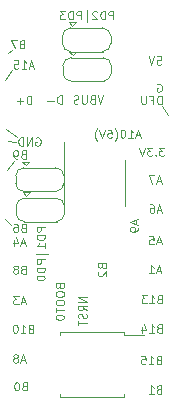
<source format=gbr>
%TF.GenerationSoftware,KiCad,Pcbnew,(5.1.6-0-10_14)*%
%TF.CreationDate,2022-02-25T19:50:12-06:00*%
%TF.ProjectId,Bonsai_C4,426f6e73-6169-45f4-9334-2e6b69636164,rev?*%
%TF.SameCoordinates,Original*%
%TF.FileFunction,Legend,Bot*%
%TF.FilePolarity,Positive*%
%FSLAX46Y46*%
G04 Gerber Fmt 4.6, Leading zero omitted, Abs format (unit mm)*
G04 Created by KiCad (PCBNEW (5.1.6-0-10_14)) date 2022-02-25 19:50:12*
%MOMM*%
%LPD*%
G01*
G04 APERTURE LIST*
%ADD10C,0.100000*%
%ADD11C,0.120000*%
G04 APERTURE END LIST*
D10*
X105250000Y-119196666D02*
X105283333Y-119296666D01*
X105316666Y-119330000D01*
X105383333Y-119363333D01*
X105483333Y-119363333D01*
X105550000Y-119330000D01*
X105583333Y-119296666D01*
X105616666Y-119230000D01*
X105616666Y-118963333D01*
X104916666Y-118963333D01*
X104916666Y-119196666D01*
X104950000Y-119263333D01*
X104983333Y-119296666D01*
X105050000Y-119330000D01*
X105116666Y-119330000D01*
X105183333Y-119296666D01*
X105216666Y-119263333D01*
X105250000Y-119196666D01*
X105250000Y-118963333D01*
X104916666Y-119796666D02*
X104916666Y-119930000D01*
X104950000Y-119996666D01*
X105016666Y-120063333D01*
X105150000Y-120096666D01*
X105383333Y-120096666D01*
X105516666Y-120063333D01*
X105583333Y-119996666D01*
X105616666Y-119930000D01*
X105616666Y-119796666D01*
X105583333Y-119730000D01*
X105516666Y-119663333D01*
X105383333Y-119630000D01*
X105150000Y-119630000D01*
X105016666Y-119663333D01*
X104950000Y-119730000D01*
X104916666Y-119796666D01*
X104916666Y-120530000D02*
X104916666Y-120663333D01*
X104950000Y-120730000D01*
X105016666Y-120796666D01*
X105150000Y-120830000D01*
X105383333Y-120830000D01*
X105516666Y-120796666D01*
X105583333Y-120730000D01*
X105616666Y-120663333D01*
X105616666Y-120530000D01*
X105583333Y-120463333D01*
X105516666Y-120396666D01*
X105383333Y-120363333D01*
X105150000Y-120363333D01*
X105016666Y-120396666D01*
X104950000Y-120463333D01*
X104916666Y-120530000D01*
X104916666Y-121030000D02*
X104916666Y-121430000D01*
X105616666Y-121230000D02*
X104916666Y-121230000D01*
X104916666Y-121796666D02*
X104916666Y-121863333D01*
X104950000Y-121930000D01*
X104983333Y-121963333D01*
X105050000Y-121996666D01*
X105183333Y-122030000D01*
X105350000Y-122030000D01*
X105483333Y-121996666D01*
X105550000Y-121963333D01*
X105583333Y-121930000D01*
X105616666Y-121863333D01*
X105616666Y-121796666D01*
X105583333Y-121730000D01*
X105550000Y-121696666D01*
X105483333Y-121663333D01*
X105350000Y-121630000D01*
X105183333Y-121630000D01*
X105050000Y-121663333D01*
X104983333Y-121696666D01*
X104950000Y-121730000D01*
X104916666Y-121796666D01*
D11*
X100910000Y-99480000D02*
X101210000Y-99250000D01*
X100610000Y-101710000D02*
X101180000Y-100940000D01*
D10*
X114400000Y-104700000D02*
X113880000Y-103940000D01*
X101140000Y-114000000D02*
X100660000Y-113490000D01*
X101410000Y-108640000D02*
X100760000Y-109370000D01*
X103996666Y-114206666D02*
X103296666Y-114206666D01*
X103296666Y-114473333D01*
X103330000Y-114540000D01*
X103363333Y-114573333D01*
X103430000Y-114606666D01*
X103530000Y-114606666D01*
X103596666Y-114573333D01*
X103630000Y-114540000D01*
X103663333Y-114473333D01*
X103663333Y-114206666D01*
X103996666Y-114906666D02*
X103296666Y-114906666D01*
X103296666Y-115073333D01*
X103330000Y-115173333D01*
X103396666Y-115240000D01*
X103463333Y-115273333D01*
X103596666Y-115306666D01*
X103696666Y-115306666D01*
X103830000Y-115273333D01*
X103896666Y-115240000D01*
X103963333Y-115173333D01*
X103996666Y-115073333D01*
X103996666Y-114906666D01*
X103996666Y-115973333D02*
X103996666Y-115573333D01*
X103996666Y-115773333D02*
X103296666Y-115773333D01*
X103396666Y-115706666D01*
X103463333Y-115640000D01*
X103496666Y-115573333D01*
X104230000Y-116440000D02*
X103230000Y-116440000D01*
X103996666Y-116940000D02*
X103296666Y-116940000D01*
X103296666Y-117206666D01*
X103330000Y-117273333D01*
X103363333Y-117306666D01*
X103430000Y-117340000D01*
X103530000Y-117340000D01*
X103596666Y-117306666D01*
X103630000Y-117273333D01*
X103663333Y-117206666D01*
X103663333Y-116940000D01*
X103996666Y-117640000D02*
X103296666Y-117640000D01*
X103296666Y-117806666D01*
X103330000Y-117906666D01*
X103396666Y-117973333D01*
X103463333Y-118006666D01*
X103596666Y-118040000D01*
X103696666Y-118040000D01*
X103830000Y-118006666D01*
X103896666Y-117973333D01*
X103963333Y-117906666D01*
X103996666Y-117806666D01*
X103996666Y-117640000D01*
X103296666Y-118473333D02*
X103296666Y-118540000D01*
X103330000Y-118606666D01*
X103363333Y-118640000D01*
X103430000Y-118673333D01*
X103563333Y-118706666D01*
X103730000Y-118706666D01*
X103863333Y-118673333D01*
X103930000Y-118640000D01*
X103963333Y-118606666D01*
X103996666Y-118540000D01*
X103996666Y-118473333D01*
X103963333Y-118406666D01*
X103930000Y-118373333D01*
X103863333Y-118340000D01*
X103730000Y-118306666D01*
X103563333Y-118306666D01*
X103430000Y-118340000D01*
X103363333Y-118373333D01*
X103330000Y-118406666D01*
X103296666Y-118473333D01*
X112073333Y-106446666D02*
X111740000Y-106446666D01*
X112140000Y-106646666D02*
X111906666Y-105946666D01*
X111673333Y-106646666D01*
X111073333Y-106646666D02*
X111473333Y-106646666D01*
X111273333Y-106646666D02*
X111273333Y-105946666D01*
X111340000Y-106046666D01*
X111406666Y-106113333D01*
X111473333Y-106146666D01*
X110640000Y-105946666D02*
X110573333Y-105946666D01*
X110506666Y-105980000D01*
X110473333Y-106013333D01*
X110440000Y-106080000D01*
X110406666Y-106213333D01*
X110406666Y-106380000D01*
X110440000Y-106513333D01*
X110473333Y-106580000D01*
X110506666Y-106613333D01*
X110573333Y-106646666D01*
X110640000Y-106646666D01*
X110706666Y-106613333D01*
X110740000Y-106580000D01*
X110773333Y-106513333D01*
X110806666Y-106380000D01*
X110806666Y-106213333D01*
X110773333Y-106080000D01*
X110740000Y-106013333D01*
X110706666Y-105980000D01*
X110640000Y-105946666D01*
X109906666Y-106913333D02*
X109940000Y-106880000D01*
X110006666Y-106780000D01*
X110040000Y-106713333D01*
X110073333Y-106613333D01*
X110106666Y-106446666D01*
X110106666Y-106313333D01*
X110073333Y-106146666D01*
X110040000Y-106046666D01*
X110006666Y-105980000D01*
X109940000Y-105880000D01*
X109906666Y-105846666D01*
X109306666Y-105946666D02*
X109640000Y-105946666D01*
X109673333Y-106280000D01*
X109640000Y-106246666D01*
X109573333Y-106213333D01*
X109406666Y-106213333D01*
X109340000Y-106246666D01*
X109306666Y-106280000D01*
X109273333Y-106346666D01*
X109273333Y-106513333D01*
X109306666Y-106580000D01*
X109340000Y-106613333D01*
X109406666Y-106646666D01*
X109573333Y-106646666D01*
X109640000Y-106613333D01*
X109673333Y-106580000D01*
X109073333Y-105946666D02*
X108840000Y-106646666D01*
X108606666Y-105946666D01*
X108440000Y-106913333D02*
X108406666Y-106880000D01*
X108340000Y-106780000D01*
X108306666Y-106713333D01*
X108273333Y-106613333D01*
X108240000Y-106446666D01*
X108240000Y-106313333D01*
X108273333Y-106146666D01*
X108306666Y-106046666D01*
X108340000Y-105980000D01*
X108406666Y-105880000D01*
X108440000Y-105846666D01*
X113820000Y-115466666D02*
X113486666Y-115466666D01*
X113886666Y-115666666D02*
X113653333Y-114966666D01*
X113420000Y-115666666D01*
X112853333Y-114966666D02*
X113186666Y-114966666D01*
X113220000Y-115300000D01*
X113186666Y-115266666D01*
X113120000Y-115233333D01*
X112953333Y-115233333D01*
X112886666Y-115266666D01*
X112853333Y-115300000D01*
X112820000Y-115366666D01*
X112820000Y-115533333D01*
X112853333Y-115600000D01*
X112886666Y-115633333D01*
X112953333Y-115666666D01*
X113120000Y-115666666D01*
X113186666Y-115633333D01*
X113220000Y-115600000D01*
X113800000Y-117926666D02*
X113466666Y-117926666D01*
X113866666Y-118126666D02*
X113633333Y-117426666D01*
X113400000Y-118126666D01*
X112800000Y-118126666D02*
X113200000Y-118126666D01*
X113000000Y-118126666D02*
X113000000Y-117426666D01*
X113066666Y-117526666D01*
X113133333Y-117593333D01*
X113200000Y-117626666D01*
X113686666Y-120300000D02*
X113586666Y-120333333D01*
X113553333Y-120366666D01*
X113520000Y-120433333D01*
X113520000Y-120533333D01*
X113553333Y-120600000D01*
X113586666Y-120633333D01*
X113653333Y-120666666D01*
X113920000Y-120666666D01*
X113920000Y-119966666D01*
X113686666Y-119966666D01*
X113620000Y-120000000D01*
X113586666Y-120033333D01*
X113553333Y-120100000D01*
X113553333Y-120166666D01*
X113586666Y-120233333D01*
X113620000Y-120266666D01*
X113686666Y-120300000D01*
X113920000Y-120300000D01*
X112853333Y-120666666D02*
X113253333Y-120666666D01*
X113053333Y-120666666D02*
X113053333Y-119966666D01*
X113120000Y-120066666D01*
X113186666Y-120133333D01*
X113253333Y-120166666D01*
X112620000Y-119966666D02*
X112186666Y-119966666D01*
X112420000Y-120233333D01*
X112320000Y-120233333D01*
X112253333Y-120266666D01*
X112220000Y-120300000D01*
X112186666Y-120366666D01*
X112186666Y-120533333D01*
X112220000Y-120600000D01*
X112253333Y-120633333D01*
X112320000Y-120666666D01*
X112520000Y-120666666D01*
X112586666Y-120633333D01*
X112620000Y-120600000D01*
X113666666Y-122770000D02*
X113566666Y-122803333D01*
X113533333Y-122836666D01*
X113500000Y-122903333D01*
X113500000Y-123003333D01*
X113533333Y-123070000D01*
X113566666Y-123103333D01*
X113633333Y-123136666D01*
X113900000Y-123136666D01*
X113900000Y-122436666D01*
X113666666Y-122436666D01*
X113600000Y-122470000D01*
X113566666Y-122503333D01*
X113533333Y-122570000D01*
X113533333Y-122636666D01*
X113566666Y-122703333D01*
X113600000Y-122736666D01*
X113666666Y-122770000D01*
X113900000Y-122770000D01*
X112833333Y-123136666D02*
X113233333Y-123136666D01*
X113033333Y-123136666D02*
X113033333Y-122436666D01*
X113100000Y-122536666D01*
X113166666Y-122603333D01*
X113233333Y-122636666D01*
X112233333Y-122670000D02*
X112233333Y-123136666D01*
X112400000Y-122403333D02*
X112566666Y-122903333D01*
X112133333Y-122903333D01*
X113626666Y-125430000D02*
X113526666Y-125463333D01*
X113493333Y-125496666D01*
X113460000Y-125563333D01*
X113460000Y-125663333D01*
X113493333Y-125730000D01*
X113526666Y-125763333D01*
X113593333Y-125796666D01*
X113860000Y-125796666D01*
X113860000Y-125096666D01*
X113626666Y-125096666D01*
X113560000Y-125130000D01*
X113526666Y-125163333D01*
X113493333Y-125230000D01*
X113493333Y-125296666D01*
X113526666Y-125363333D01*
X113560000Y-125396666D01*
X113626666Y-125430000D01*
X113860000Y-125430000D01*
X112793333Y-125796666D02*
X113193333Y-125796666D01*
X112993333Y-125796666D02*
X112993333Y-125096666D01*
X113060000Y-125196666D01*
X113126666Y-125263333D01*
X113193333Y-125296666D01*
X112160000Y-125096666D02*
X112493333Y-125096666D01*
X112526666Y-125430000D01*
X112493333Y-125396666D01*
X112426666Y-125363333D01*
X112260000Y-125363333D01*
X112193333Y-125396666D01*
X112160000Y-125430000D01*
X112126666Y-125496666D01*
X112126666Y-125663333D01*
X112160000Y-125730000D01*
X112193333Y-125763333D01*
X112260000Y-125796666D01*
X112426666Y-125796666D01*
X112493333Y-125763333D01*
X112526666Y-125730000D01*
X113633333Y-127930000D02*
X113533333Y-127963333D01*
X113500000Y-127996666D01*
X113466666Y-128063333D01*
X113466666Y-128163333D01*
X113500000Y-128230000D01*
X113533333Y-128263333D01*
X113600000Y-128296666D01*
X113866666Y-128296666D01*
X113866666Y-127596666D01*
X113633333Y-127596666D01*
X113566666Y-127630000D01*
X113533333Y-127663333D01*
X113500000Y-127730000D01*
X113500000Y-127796666D01*
X113533333Y-127863333D01*
X113566666Y-127896666D01*
X113633333Y-127930000D01*
X113866666Y-127930000D01*
X112800000Y-128296666D02*
X113200000Y-128296666D01*
X113000000Y-128296666D02*
X113000000Y-127596666D01*
X113066666Y-127696666D01*
X113133333Y-127763333D01*
X113200000Y-127796666D01*
X102253333Y-127670000D02*
X102153333Y-127703333D01*
X102120000Y-127736666D01*
X102086666Y-127803333D01*
X102086666Y-127903333D01*
X102120000Y-127970000D01*
X102153333Y-128003333D01*
X102220000Y-128036666D01*
X102486666Y-128036666D01*
X102486666Y-127336666D01*
X102253333Y-127336666D01*
X102186666Y-127370000D01*
X102153333Y-127403333D01*
X102120000Y-127470000D01*
X102120000Y-127536666D01*
X102153333Y-127603333D01*
X102186666Y-127636666D01*
X102253333Y-127670000D01*
X102486666Y-127670000D01*
X101653333Y-127336666D02*
X101586666Y-127336666D01*
X101520000Y-127370000D01*
X101486666Y-127403333D01*
X101453333Y-127470000D01*
X101420000Y-127603333D01*
X101420000Y-127770000D01*
X101453333Y-127903333D01*
X101486666Y-127970000D01*
X101520000Y-128003333D01*
X101586666Y-128036666D01*
X101653333Y-128036666D01*
X101720000Y-128003333D01*
X101753333Y-127970000D01*
X101786666Y-127903333D01*
X101820000Y-127770000D01*
X101820000Y-127603333D01*
X101786666Y-127470000D01*
X101753333Y-127403333D01*
X101720000Y-127370000D01*
X101653333Y-127336666D01*
X102330000Y-125476666D02*
X101996666Y-125476666D01*
X102396666Y-125676666D02*
X102163333Y-124976666D01*
X101930000Y-125676666D01*
X101596666Y-125276666D02*
X101663333Y-125243333D01*
X101696666Y-125210000D01*
X101730000Y-125143333D01*
X101730000Y-125110000D01*
X101696666Y-125043333D01*
X101663333Y-125010000D01*
X101596666Y-124976666D01*
X101463333Y-124976666D01*
X101396666Y-125010000D01*
X101363333Y-125043333D01*
X101330000Y-125110000D01*
X101330000Y-125143333D01*
X101363333Y-125210000D01*
X101396666Y-125243333D01*
X101463333Y-125276666D01*
X101596666Y-125276666D01*
X101663333Y-125310000D01*
X101696666Y-125343333D01*
X101730000Y-125410000D01*
X101730000Y-125543333D01*
X101696666Y-125610000D01*
X101663333Y-125643333D01*
X101596666Y-125676666D01*
X101463333Y-125676666D01*
X101396666Y-125643333D01*
X101363333Y-125610000D01*
X101330000Y-125543333D01*
X101330000Y-125410000D01*
X101363333Y-125343333D01*
X101396666Y-125310000D01*
X101463333Y-125276666D01*
X102786666Y-122800000D02*
X102686666Y-122833333D01*
X102653333Y-122866666D01*
X102620000Y-122933333D01*
X102620000Y-123033333D01*
X102653333Y-123100000D01*
X102686666Y-123133333D01*
X102753333Y-123166666D01*
X103020000Y-123166666D01*
X103020000Y-122466666D01*
X102786666Y-122466666D01*
X102720000Y-122500000D01*
X102686666Y-122533333D01*
X102653333Y-122600000D01*
X102653333Y-122666666D01*
X102686666Y-122733333D01*
X102720000Y-122766666D01*
X102786666Y-122800000D01*
X103020000Y-122800000D01*
X101953333Y-123166666D02*
X102353333Y-123166666D01*
X102153333Y-123166666D02*
X102153333Y-122466666D01*
X102220000Y-122566666D01*
X102286666Y-122633333D01*
X102353333Y-122666666D01*
X101520000Y-122466666D02*
X101453333Y-122466666D01*
X101386666Y-122500000D01*
X101353333Y-122533333D01*
X101320000Y-122600000D01*
X101286666Y-122733333D01*
X101286666Y-122900000D01*
X101320000Y-123033333D01*
X101353333Y-123100000D01*
X101386666Y-123133333D01*
X101453333Y-123166666D01*
X101520000Y-123166666D01*
X101586666Y-123133333D01*
X101620000Y-123100000D01*
X101653333Y-123033333D01*
X101686666Y-122900000D01*
X101686666Y-122733333D01*
X101653333Y-122600000D01*
X101620000Y-122533333D01*
X101586666Y-122500000D01*
X101520000Y-122466666D01*
X102340000Y-120546666D02*
X102006666Y-120546666D01*
X102406666Y-120746666D02*
X102173333Y-120046666D01*
X101940000Y-120746666D01*
X101773333Y-120046666D02*
X101340000Y-120046666D01*
X101573333Y-120313333D01*
X101473333Y-120313333D01*
X101406666Y-120346666D01*
X101373333Y-120380000D01*
X101340000Y-120446666D01*
X101340000Y-120613333D01*
X101373333Y-120680000D01*
X101406666Y-120713333D01*
X101473333Y-120746666D01*
X101673333Y-120746666D01*
X101740000Y-120713333D01*
X101773333Y-120680000D01*
X102153333Y-117790000D02*
X102053333Y-117823333D01*
X102020000Y-117856666D01*
X101986666Y-117923333D01*
X101986666Y-118023333D01*
X102020000Y-118090000D01*
X102053333Y-118123333D01*
X102120000Y-118156666D01*
X102386666Y-118156666D01*
X102386666Y-117456666D01*
X102153333Y-117456666D01*
X102086666Y-117490000D01*
X102053333Y-117523333D01*
X102020000Y-117590000D01*
X102020000Y-117656666D01*
X102053333Y-117723333D01*
X102086666Y-117756666D01*
X102153333Y-117790000D01*
X102386666Y-117790000D01*
X101586666Y-117756666D02*
X101653333Y-117723333D01*
X101686666Y-117690000D01*
X101720000Y-117623333D01*
X101720000Y-117590000D01*
X101686666Y-117523333D01*
X101653333Y-117490000D01*
X101586666Y-117456666D01*
X101453333Y-117456666D01*
X101386666Y-117490000D01*
X101353333Y-117523333D01*
X101320000Y-117590000D01*
X101320000Y-117623333D01*
X101353333Y-117690000D01*
X101386666Y-117723333D01*
X101453333Y-117756666D01*
X101586666Y-117756666D01*
X101653333Y-117790000D01*
X101686666Y-117823333D01*
X101720000Y-117890000D01*
X101720000Y-118023333D01*
X101686666Y-118090000D01*
X101653333Y-118123333D01*
X101586666Y-118156666D01*
X101453333Y-118156666D01*
X101386666Y-118123333D01*
X101353333Y-118090000D01*
X101320000Y-118023333D01*
X101320000Y-117890000D01*
X101353333Y-117823333D01*
X101386666Y-117790000D01*
X101453333Y-117756666D01*
X102300000Y-115586666D02*
X101966666Y-115586666D01*
X102366666Y-115786666D02*
X102133333Y-115086666D01*
X101900000Y-115786666D01*
X101366666Y-115320000D02*
X101366666Y-115786666D01*
X101533333Y-115053333D02*
X101700000Y-115553333D01*
X101266666Y-115553333D01*
X102163333Y-114250000D02*
X102063333Y-114283333D01*
X102030000Y-114316666D01*
X101996666Y-114383333D01*
X101996666Y-114483333D01*
X102030000Y-114550000D01*
X102063333Y-114583333D01*
X102130000Y-114616666D01*
X102396666Y-114616666D01*
X102396666Y-113916666D01*
X102163333Y-113916666D01*
X102096666Y-113950000D01*
X102063333Y-113983333D01*
X102030000Y-114050000D01*
X102030000Y-114116666D01*
X102063333Y-114183333D01*
X102096666Y-114216666D01*
X102163333Y-114250000D01*
X102396666Y-114250000D01*
X101396666Y-113916666D02*
X101530000Y-113916666D01*
X101596666Y-113950000D01*
X101630000Y-113983333D01*
X101696666Y-114083333D01*
X101730000Y-114216666D01*
X101730000Y-114483333D01*
X101696666Y-114550000D01*
X101663333Y-114583333D01*
X101596666Y-114616666D01*
X101463333Y-114616666D01*
X101396666Y-114583333D01*
X101363333Y-114550000D01*
X101330000Y-114483333D01*
X101330000Y-114316666D01*
X101363333Y-114250000D01*
X101396666Y-114216666D01*
X101463333Y-114183333D01*
X101596666Y-114183333D01*
X101663333Y-114216666D01*
X101696666Y-114250000D01*
X101730000Y-114316666D01*
X102173333Y-108050000D02*
X102073333Y-108083333D01*
X102040000Y-108116666D01*
X102006666Y-108183333D01*
X102006666Y-108283333D01*
X102040000Y-108350000D01*
X102073333Y-108383333D01*
X102140000Y-108416666D01*
X102406666Y-108416666D01*
X102406666Y-107716666D01*
X102173333Y-107716666D01*
X102106666Y-107750000D01*
X102073333Y-107783333D01*
X102040000Y-107850000D01*
X102040000Y-107916666D01*
X102073333Y-107983333D01*
X102106666Y-108016666D01*
X102173333Y-108050000D01*
X102406666Y-108050000D01*
X101673333Y-108416666D02*
X101540000Y-108416666D01*
X101473333Y-108383333D01*
X101440000Y-108350000D01*
X101373333Y-108250000D01*
X101340000Y-108116666D01*
X101340000Y-107850000D01*
X101373333Y-107783333D01*
X101406666Y-107750000D01*
X101473333Y-107716666D01*
X101606666Y-107716666D01*
X101673333Y-107750000D01*
X101706666Y-107783333D01*
X101740000Y-107850000D01*
X101740000Y-108016666D01*
X101706666Y-108083333D01*
X101673333Y-108116666D01*
X101606666Y-108150000D01*
X101473333Y-108150000D01*
X101406666Y-108116666D01*
X101373333Y-108083333D01*
X101340000Y-108016666D01*
X113516666Y-102090000D02*
X113583333Y-102056666D01*
X113683333Y-102056666D01*
X113783333Y-102090000D01*
X113850000Y-102156666D01*
X113883333Y-102223333D01*
X113916666Y-102356666D01*
X113916666Y-102456666D01*
X113883333Y-102590000D01*
X113850000Y-102656666D01*
X113783333Y-102723333D01*
X113683333Y-102756666D01*
X113616666Y-102756666D01*
X113516666Y-102723333D01*
X113483333Y-102690000D01*
X113483333Y-102456666D01*
X113616666Y-102456666D01*
X113493333Y-99756666D02*
X113826666Y-99756666D01*
X113860000Y-100090000D01*
X113826666Y-100056666D01*
X113760000Y-100023333D01*
X113593333Y-100023333D01*
X113526666Y-100056666D01*
X113493333Y-100090000D01*
X113460000Y-100156666D01*
X113460000Y-100323333D01*
X113493333Y-100390000D01*
X113526666Y-100423333D01*
X113593333Y-100456666D01*
X113760000Y-100456666D01*
X113826666Y-100423333D01*
X113860000Y-100390000D01*
X113260000Y-99756666D02*
X113026666Y-100456666D01*
X112793333Y-99756666D01*
X102846666Y-103796666D02*
X102846666Y-103096666D01*
X102680000Y-103096666D01*
X102580000Y-103130000D01*
X102513333Y-103196666D01*
X102480000Y-103263333D01*
X102446666Y-103396666D01*
X102446666Y-103496666D01*
X102480000Y-103630000D01*
X102513333Y-103696666D01*
X102580000Y-103763333D01*
X102680000Y-103796666D01*
X102846666Y-103796666D01*
X102146666Y-103530000D02*
X101613333Y-103530000D01*
X101880000Y-103796666D02*
X101880000Y-103263333D01*
X102023333Y-98710000D02*
X101923333Y-98743333D01*
X101890000Y-98776666D01*
X101856666Y-98843333D01*
X101856666Y-98943333D01*
X101890000Y-99010000D01*
X101923333Y-99043333D01*
X101990000Y-99076666D01*
X102256666Y-99076666D01*
X102256666Y-98376666D01*
X102023333Y-98376666D01*
X101956666Y-98410000D01*
X101923333Y-98443333D01*
X101890000Y-98510000D01*
X101890000Y-98576666D01*
X101923333Y-98643333D01*
X101956666Y-98676666D01*
X102023333Y-98710000D01*
X102256666Y-98710000D01*
X101623333Y-98376666D02*
X101156666Y-98376666D01*
X101456666Y-99076666D01*
X103033333Y-100596666D02*
X102700000Y-100596666D01*
X103100000Y-100796666D02*
X102866666Y-100096666D01*
X102633333Y-100796666D01*
X102033333Y-100796666D02*
X102433333Y-100796666D01*
X102233333Y-100796666D02*
X102233333Y-100096666D01*
X102300000Y-100196666D01*
X102366666Y-100263333D01*
X102433333Y-100296666D01*
X101400000Y-100096666D02*
X101733333Y-100096666D01*
X101766666Y-100430000D01*
X101733333Y-100396666D01*
X101666666Y-100363333D01*
X101500000Y-100363333D01*
X101433333Y-100396666D01*
X101400000Y-100430000D01*
X101366666Y-100496666D01*
X101366666Y-100663333D01*
X101400000Y-100730000D01*
X101433333Y-100763333D01*
X101500000Y-100796666D01*
X101666666Y-100796666D01*
X101733333Y-100763333D01*
X101766666Y-100730000D01*
X101550000Y-106960000D02*
X100876000Y-106955000D01*
X101620000Y-106560000D02*
X100734000Y-105929000D01*
X103233333Y-106650000D02*
X103300000Y-106616666D01*
X103400000Y-106616666D01*
X103500000Y-106650000D01*
X103566666Y-106716666D01*
X103600000Y-106783333D01*
X103633333Y-106916666D01*
X103633333Y-107016666D01*
X103600000Y-107150000D01*
X103566666Y-107216666D01*
X103500000Y-107283333D01*
X103400000Y-107316666D01*
X103333333Y-107316666D01*
X103233333Y-107283333D01*
X103200000Y-107250000D01*
X103200000Y-107016666D01*
X103333333Y-107016666D01*
X102900000Y-107316666D02*
X102900000Y-106616666D01*
X102500000Y-107316666D01*
X102500000Y-106616666D01*
X102166666Y-107316666D02*
X102166666Y-106616666D01*
X102000000Y-106616666D01*
X101900000Y-106650000D01*
X101833333Y-106716666D01*
X101800000Y-106783333D01*
X101766666Y-106916666D01*
X101766666Y-107016666D01*
X101800000Y-107150000D01*
X101833333Y-107216666D01*
X101900000Y-107283333D01*
X102000000Y-107316666D01*
X102166666Y-107316666D01*
X105436666Y-103756666D02*
X105436666Y-103056666D01*
X105270000Y-103056666D01*
X105170000Y-103090000D01*
X105103333Y-103156666D01*
X105070000Y-103223333D01*
X105036666Y-103356666D01*
X105036666Y-103456666D01*
X105070000Y-103590000D01*
X105103333Y-103656666D01*
X105170000Y-103723333D01*
X105270000Y-103756666D01*
X105436666Y-103756666D01*
X104736666Y-103490000D02*
X104203333Y-103490000D01*
X108933333Y-103056666D02*
X108700000Y-103756666D01*
X108466666Y-103056666D01*
X108000000Y-103390000D02*
X107900000Y-103423333D01*
X107866666Y-103456666D01*
X107833333Y-103523333D01*
X107833333Y-103623333D01*
X107866666Y-103690000D01*
X107900000Y-103723333D01*
X107966666Y-103756666D01*
X108233333Y-103756666D01*
X108233333Y-103056666D01*
X108000000Y-103056666D01*
X107933333Y-103090000D01*
X107900000Y-103123333D01*
X107866666Y-103190000D01*
X107866666Y-103256666D01*
X107900000Y-103323333D01*
X107933333Y-103356666D01*
X108000000Y-103390000D01*
X108233333Y-103390000D01*
X107533333Y-103056666D02*
X107533333Y-103623333D01*
X107500000Y-103690000D01*
X107466666Y-103723333D01*
X107400000Y-103756666D01*
X107266666Y-103756666D01*
X107200000Y-103723333D01*
X107166666Y-103690000D01*
X107133333Y-103623333D01*
X107133333Y-103056666D01*
X106833333Y-103723333D02*
X106733333Y-103756666D01*
X106566666Y-103756666D01*
X106500000Y-103723333D01*
X106466666Y-103690000D01*
X106433333Y-103623333D01*
X106433333Y-103556666D01*
X106466666Y-103490000D01*
X106500000Y-103456666D01*
X106566666Y-103423333D01*
X106700000Y-103390000D01*
X106766666Y-103356666D01*
X106800000Y-103323333D01*
X106833333Y-103256666D01*
X106833333Y-103190000D01*
X106800000Y-103123333D01*
X106766666Y-103090000D01*
X106700000Y-103056666D01*
X106533333Y-103056666D01*
X106433333Y-103090000D01*
X113880000Y-103786666D02*
X113880000Y-103086666D01*
X113713333Y-103086666D01*
X113613333Y-103120000D01*
X113546666Y-103186666D01*
X113513333Y-103253333D01*
X113480000Y-103386666D01*
X113480000Y-103486666D01*
X113513333Y-103620000D01*
X113546666Y-103686666D01*
X113613333Y-103753333D01*
X113713333Y-103786666D01*
X113880000Y-103786666D01*
X112946666Y-103420000D02*
X113180000Y-103420000D01*
X113180000Y-103786666D02*
X113180000Y-103086666D01*
X112846666Y-103086666D01*
X112580000Y-103086666D02*
X112580000Y-103653333D01*
X112546666Y-103720000D01*
X112513333Y-103753333D01*
X112446666Y-103786666D01*
X112313333Y-103786666D01*
X112246666Y-103753333D01*
X112213333Y-103720000D01*
X112180000Y-103653333D01*
X112180000Y-103086666D01*
X114103333Y-107466666D02*
X113670000Y-107466666D01*
X113903333Y-107733333D01*
X113803333Y-107733333D01*
X113736666Y-107766666D01*
X113703333Y-107800000D01*
X113670000Y-107866666D01*
X113670000Y-108033333D01*
X113703333Y-108100000D01*
X113736666Y-108133333D01*
X113803333Y-108166666D01*
X114003333Y-108166666D01*
X114070000Y-108133333D01*
X114103333Y-108100000D01*
X113370000Y-108100000D02*
X113336666Y-108133333D01*
X113370000Y-108166666D01*
X113403333Y-108133333D01*
X113370000Y-108100000D01*
X113370000Y-108166666D01*
X113103333Y-107466666D02*
X112670000Y-107466666D01*
X112903333Y-107733333D01*
X112803333Y-107733333D01*
X112736666Y-107766666D01*
X112703333Y-107800000D01*
X112670000Y-107866666D01*
X112670000Y-108033333D01*
X112703333Y-108100000D01*
X112736666Y-108133333D01*
X112803333Y-108166666D01*
X113003333Y-108166666D01*
X113070000Y-108133333D01*
X113103333Y-108100000D01*
X112470000Y-107466666D02*
X112236666Y-108166666D01*
X112003333Y-107466666D01*
X113830000Y-110326666D02*
X113496666Y-110326666D01*
X113896666Y-110526666D02*
X113663333Y-109826666D01*
X113430000Y-110526666D01*
X113263333Y-109826666D02*
X112796666Y-109826666D01*
X113096666Y-110526666D01*
X113870000Y-112786666D02*
X113536666Y-112786666D01*
X113936666Y-112986666D02*
X113703333Y-112286666D01*
X113470000Y-112986666D01*
X112936666Y-112286666D02*
X113070000Y-112286666D01*
X113136666Y-112320000D01*
X113170000Y-112353333D01*
X113236666Y-112453333D01*
X113270000Y-112586666D01*
X113270000Y-112853333D01*
X113236666Y-112920000D01*
X113203333Y-112953333D01*
X113136666Y-112986666D01*
X113003333Y-112986666D01*
X112936666Y-112953333D01*
X112903333Y-112920000D01*
X112870000Y-112853333D01*
X112870000Y-112686666D01*
X112903333Y-112620000D01*
X112936666Y-112586666D01*
X113003333Y-112553333D01*
X113136666Y-112553333D01*
X113203333Y-112586666D01*
X113236666Y-112620000D01*
X113270000Y-112686666D01*
X111716666Y-113590000D02*
X111716666Y-113923333D01*
X111916666Y-113523333D02*
X111216666Y-113756666D01*
X111916666Y-113990000D01*
X111916666Y-114256666D02*
X111916666Y-114390000D01*
X111883333Y-114456666D01*
X111850000Y-114490000D01*
X111750000Y-114556666D01*
X111616666Y-114590000D01*
X111350000Y-114590000D01*
X111283333Y-114556666D01*
X111250000Y-114523333D01*
X111216666Y-114456666D01*
X111216666Y-114323333D01*
X111250000Y-114256666D01*
X111283333Y-114223333D01*
X111350000Y-114190000D01*
X111516666Y-114190000D01*
X111583333Y-114223333D01*
X111616666Y-114256666D01*
X111650000Y-114323333D01*
X111650000Y-114456666D01*
X111616666Y-114523333D01*
X111583333Y-114556666D01*
X111516666Y-114590000D01*
X109783333Y-96621666D02*
X109783333Y-95921666D01*
X109516666Y-95921666D01*
X109450000Y-95955000D01*
X109416666Y-95988333D01*
X109383333Y-96055000D01*
X109383333Y-96155000D01*
X109416666Y-96221666D01*
X109450000Y-96255000D01*
X109516666Y-96288333D01*
X109783333Y-96288333D01*
X109083333Y-96621666D02*
X109083333Y-95921666D01*
X108916666Y-95921666D01*
X108816666Y-95955000D01*
X108750000Y-96021666D01*
X108716666Y-96088333D01*
X108683333Y-96221666D01*
X108683333Y-96321666D01*
X108716666Y-96455000D01*
X108750000Y-96521666D01*
X108816666Y-96588333D01*
X108916666Y-96621666D01*
X109083333Y-96621666D01*
X108416666Y-95988333D02*
X108383333Y-95955000D01*
X108316666Y-95921666D01*
X108150000Y-95921666D01*
X108083333Y-95955000D01*
X108050000Y-95988333D01*
X108016666Y-96055000D01*
X108016666Y-96121666D01*
X108050000Y-96221666D01*
X108450000Y-96621666D01*
X108016666Y-96621666D01*
X107550000Y-96855000D02*
X107550000Y-95855000D01*
X107050000Y-96621666D02*
X107050000Y-95921666D01*
X106783333Y-95921666D01*
X106716666Y-95955000D01*
X106683333Y-95988333D01*
X106650000Y-96055000D01*
X106650000Y-96155000D01*
X106683333Y-96221666D01*
X106716666Y-96255000D01*
X106783333Y-96288333D01*
X107050000Y-96288333D01*
X106350000Y-96621666D02*
X106350000Y-95921666D01*
X106183333Y-95921666D01*
X106083333Y-95955000D01*
X106016666Y-96021666D01*
X105983333Y-96088333D01*
X105950000Y-96221666D01*
X105950000Y-96321666D01*
X105983333Y-96455000D01*
X106016666Y-96521666D01*
X106083333Y-96588333D01*
X106183333Y-96621666D01*
X106350000Y-96621666D01*
X105716666Y-95921666D02*
X105283333Y-95921666D01*
X105516666Y-96188333D01*
X105416666Y-96188333D01*
X105350000Y-96221666D01*
X105316666Y-96255000D01*
X105283333Y-96321666D01*
X105283333Y-96488333D01*
X105316666Y-96555000D01*
X105350000Y-96588333D01*
X105416666Y-96621666D01*
X105616666Y-96621666D01*
X105683333Y-96588333D01*
X105716666Y-96555000D01*
X108840000Y-117506666D02*
X108873333Y-117606666D01*
X108906666Y-117640000D01*
X108973333Y-117673333D01*
X109073333Y-117673333D01*
X109140000Y-117640000D01*
X109173333Y-117606666D01*
X109206666Y-117540000D01*
X109206666Y-117273333D01*
X108506666Y-117273333D01*
X108506666Y-117506666D01*
X108540000Y-117573333D01*
X108573333Y-117606666D01*
X108640000Y-117640000D01*
X108706666Y-117640000D01*
X108773333Y-117606666D01*
X108806666Y-117573333D01*
X108840000Y-117506666D01*
X108840000Y-117273333D01*
X108573333Y-117940000D02*
X108540000Y-117973333D01*
X108506666Y-118040000D01*
X108506666Y-118206666D01*
X108540000Y-118273333D01*
X108573333Y-118306666D01*
X108640000Y-118340000D01*
X108706666Y-118340000D01*
X108806666Y-118306666D01*
X109206666Y-117906666D01*
X109206666Y-118340000D01*
X107546666Y-120130000D02*
X106846666Y-120130000D01*
X107546666Y-120530000D01*
X106846666Y-120530000D01*
X107546666Y-121263333D02*
X107213333Y-121030000D01*
X107546666Y-120863333D02*
X106846666Y-120863333D01*
X106846666Y-121130000D01*
X106880000Y-121196666D01*
X106913333Y-121230000D01*
X106980000Y-121263333D01*
X107080000Y-121263333D01*
X107146666Y-121230000D01*
X107180000Y-121196666D01*
X107213333Y-121130000D01*
X107213333Y-120863333D01*
X107513333Y-121530000D02*
X107546666Y-121630000D01*
X107546666Y-121796666D01*
X107513333Y-121863333D01*
X107480000Y-121896666D01*
X107413333Y-121930000D01*
X107346666Y-121930000D01*
X107280000Y-121896666D01*
X107246666Y-121863333D01*
X107213333Y-121796666D01*
X107180000Y-121663333D01*
X107146666Y-121596666D01*
X107113333Y-121563333D01*
X107046666Y-121530000D01*
X106980000Y-121530000D01*
X106913333Y-121563333D01*
X106880000Y-121596666D01*
X106846666Y-121663333D01*
X106846666Y-121830000D01*
X106880000Y-121930000D01*
X106846666Y-122130000D02*
X106846666Y-122530000D01*
X107546666Y-122330000D02*
X106846666Y-122330000D01*
D11*
%TO.C,JP4*%
X102410000Y-111550000D02*
X102710000Y-111250000D01*
X102110000Y-111250000D02*
X102710000Y-111250000D01*
X102410000Y-111550000D02*
X102110000Y-111250000D01*
X101560000Y-112450000D02*
X101560000Y-113050000D01*
X105010000Y-111750000D02*
X102210000Y-111750000D01*
X105660000Y-113050000D02*
X105660000Y-112450000D01*
X102210000Y-113750000D02*
X105010000Y-113750000D01*
X101560000Y-113050000D02*
G75*
G03*
X102260000Y-113750000I700000J0D01*
G01*
X102260000Y-111750000D02*
G75*
G03*
X101560000Y-112450000I0J-700000D01*
G01*
X105660000Y-112450000D02*
G75*
G03*
X104960000Y-111750000I-700000J0D01*
G01*
X104960000Y-113750000D02*
G75*
G03*
X105660000Y-113050000I0J700000D01*
G01*
%TO.C,JP3*%
X102370000Y-108980000D02*
X102670000Y-108680000D01*
X102070000Y-108680000D02*
X102670000Y-108680000D01*
X102370000Y-108980000D02*
X102070000Y-108680000D01*
X101520000Y-109880000D02*
X101520000Y-110480000D01*
X104970000Y-109180000D02*
X102170000Y-109180000D01*
X105620000Y-110480000D02*
X105620000Y-109880000D01*
X102170000Y-111180000D02*
X104970000Y-111180000D01*
X101520000Y-110480000D02*
G75*
G03*
X102220000Y-111180000I700000J0D01*
G01*
X102220000Y-109180000D02*
G75*
G03*
X101520000Y-109880000I0J-700000D01*
G01*
X105620000Y-109880000D02*
G75*
G03*
X104920000Y-109180000I-700000J0D01*
G01*
X104920000Y-111180000D02*
G75*
G03*
X105620000Y-110480000I0J700000D01*
G01*
%TO.C,JP1*%
X106329000Y-97143000D02*
X106629000Y-96843000D01*
X106029000Y-96843000D02*
X106629000Y-96843000D01*
X106329000Y-97143000D02*
X106029000Y-96843000D01*
X105479000Y-98043000D02*
X105479000Y-98643000D01*
X108929000Y-97343000D02*
X106129000Y-97343000D01*
X109579000Y-98643000D02*
X109579000Y-98043000D01*
X106129000Y-99343000D02*
X108929000Y-99343000D01*
X105479000Y-98643000D02*
G75*
G03*
X106179000Y-99343000I700000J0D01*
G01*
X106179000Y-97343000D02*
G75*
G03*
X105479000Y-98043000I0J-700000D01*
G01*
X109579000Y-98043000D02*
G75*
G03*
X108879000Y-97343000I-700000J0D01*
G01*
X108879000Y-99343000D02*
G75*
G03*
X109579000Y-98643000I0J700000D01*
G01*
%TO.C,JP2*%
X106373000Y-99653000D02*
X106673000Y-99353000D01*
X106073000Y-99353000D02*
X106673000Y-99353000D01*
X106373000Y-99653000D02*
X106073000Y-99353000D01*
X105523000Y-100553000D02*
X105523000Y-101153000D01*
X108973000Y-99853000D02*
X106173000Y-99853000D01*
X109623000Y-101153000D02*
X109623000Y-100553000D01*
X106173000Y-101853000D02*
X108973000Y-101853000D01*
X105523000Y-101153000D02*
G75*
G03*
X106223000Y-101853000I700000J0D01*
G01*
X106223000Y-99853000D02*
G75*
G03*
X105523000Y-100553000I0J-700000D01*
G01*
X109623000Y-100553000D02*
G75*
G03*
X108923000Y-99853000I-700000J0D01*
G01*
X108923000Y-101853000D02*
G75*
G03*
X109623000Y-101153000I0J700000D01*
G01*
%TO.C,U7*%
X110755000Y-110465000D02*
X110755000Y-112415000D01*
X110755000Y-110465000D02*
X110755000Y-108515000D01*
X105635000Y-110465000D02*
X105635000Y-112415000D01*
X105635000Y-110465000D02*
X105635000Y-107015000D01*
%TO.C,U6*%
X108010000Y-128555000D02*
X105285000Y-128555000D01*
X105285000Y-128555000D02*
X105285000Y-128295000D01*
X108010000Y-128555000D02*
X110735000Y-128555000D01*
X110735000Y-128555000D02*
X110735000Y-128295000D01*
X108010000Y-123105000D02*
X105285000Y-123105000D01*
X105285000Y-123105000D02*
X105285000Y-123365000D01*
X108010000Y-123105000D02*
X110735000Y-123105000D01*
X110735000Y-123105000D02*
X110735000Y-123365000D01*
X110735000Y-123365000D02*
X112410000Y-123365000D01*
%TD*%
M02*

</source>
